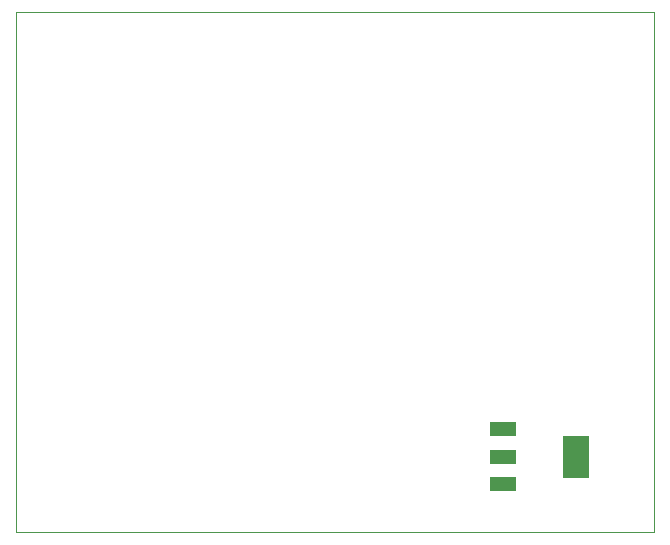
<source format=gtp>
G75*
%MOIN*%
%OFA0B0*%
%FSLAX25Y25*%
%IPPOS*%
%LPD*%
%AMOC8*
5,1,8,0,0,1.08239X$1,22.5*
%
%ADD10C,0.00000*%
%ADD11R,0.08800X0.04800*%
%ADD12R,0.08661X0.14173*%
D10*
X0173228Y0070866D02*
X0173228Y0244094D01*
X0385827Y0244094D01*
X0385827Y0070866D01*
X0173228Y0070866D01*
D11*
X0335595Y0086884D03*
X0335595Y0095984D03*
X0335595Y0105084D03*
D12*
X0359996Y0095984D03*
M02*

</source>
